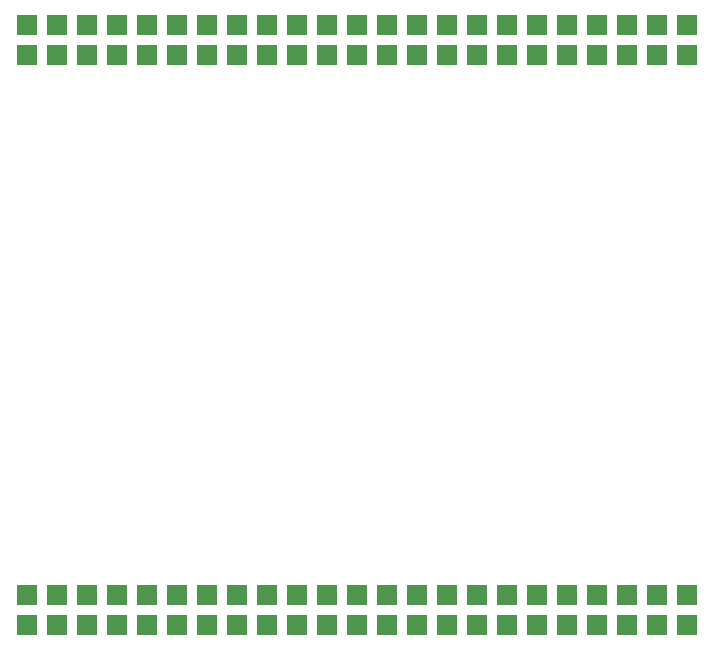
<source format=gbr>
G04 DipTrace 2.4.0.2*
%INTop.gbr*%
%MOIN*%
%ADD14R,0.065X0.065*%
%FSLAX44Y44*%
G04*
G70*
G90*
G75*
G01*
%LNTop*%
%LPD*%
D14*
X28690Y16425D3*
X29690D3*
X30690D3*
X31690D3*
X32690D3*
X33690D3*
X34690D3*
X35690D3*
X36690D3*
X37690D3*
X38690D3*
X39690D3*
X40690D3*
X41690D3*
X42690D3*
X43690D3*
X44690D3*
X45690D3*
X46690D3*
X47690D3*
X48690D3*
X49690D3*
X50690D3*
Y15425D3*
X49690D3*
X48690D3*
X47690D3*
X46690D3*
X45690D3*
X44690D3*
X43690D3*
X42690D3*
X41690D3*
X40690D3*
X39690D3*
X38690D3*
X37690D3*
X36690D3*
X35690D3*
X34690D3*
X33690D3*
X32690D3*
X31690D3*
X30690D3*
X29690D3*
X28690D3*
Y35425D3*
X29690D3*
X30690D3*
X31690D3*
X32690D3*
X33690D3*
X34690D3*
X35690D3*
X36690D3*
X37690D3*
X38690D3*
X39690D3*
X40690D3*
X41690D3*
X42690D3*
X43690D3*
X44690D3*
X45690D3*
X46690D3*
X47690D3*
X48690D3*
X49690D3*
X50690D3*
Y34425D3*
X49690D3*
X48690D3*
X47690D3*
X46690D3*
X45690D3*
X44690D3*
X43690D3*
X42690D3*
X41690D3*
X40690D3*
X39690D3*
X38690D3*
X37690D3*
X36690D3*
X35690D3*
X34690D3*
X33690D3*
X32690D3*
X31690D3*
X30690D3*
X29690D3*
X28690D3*
M02*

</source>
